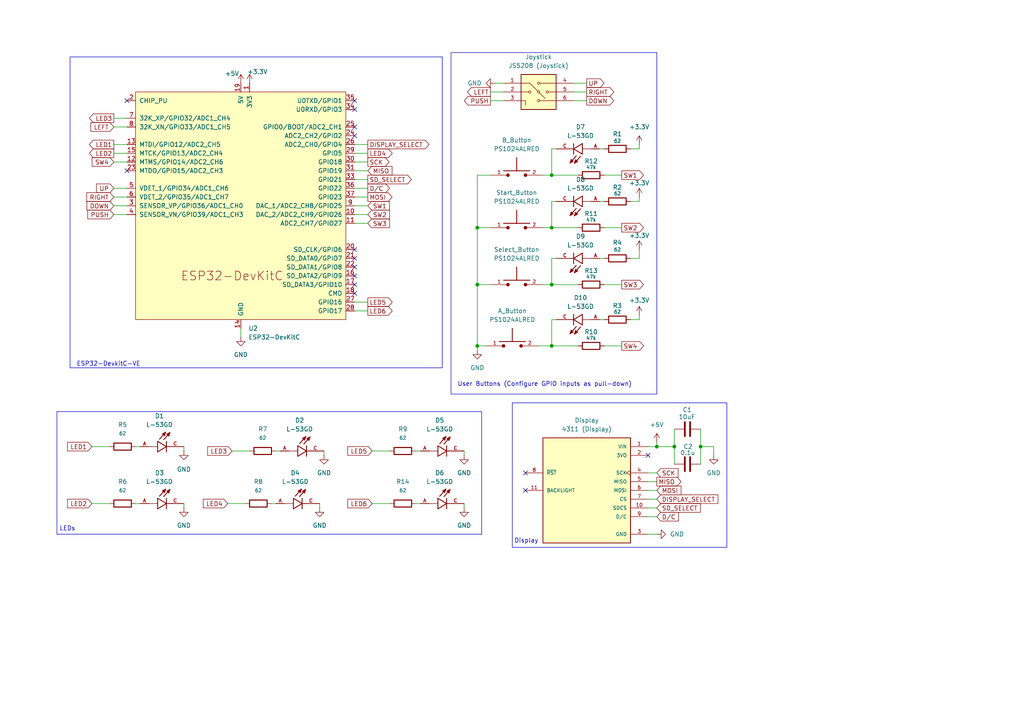
<source format=kicad_sch>
(kicad_sch (version 20231120) (generator "eeschema") (generator_version "8.0")
  (paper "A4")
  (lib_symbols
    (symbol "4311:4311" (pin_names (offset 1.016))
      (property "Reference" "DS" (at -12.7 16.002 0))
      (property "Value" "4311" (at -12.7 -17.78 0))
      (symbol "4311_0_0"
        (rectangle (start -12.7 -15.24) (end 12.7 15.24) (stroke (width 0.254)) (fill (type background)))
        (pin power_in line (at 17.78 12.7 180) (length 5.08) (name "VIN") (number "1"))
        (pin input line (at 17.78 -5.08 180) (length 5.08) (name "SDCS") (number "10"))
        (pin input line (at -17.78 0 0) (length 5.08) (name "BACKLIGHT") (number "11"))
        (pin power_in line (at 17.78 10.16 180) (length 5.08) (name "3VO") (number "2"))
        (pin power_in line (at 17.78 -12.7 180) (length 5.08) (name "GND") (number "3"))
        (pin input clock (at 17.78 5.08 180) (length 5.08) (name "SCK") (number "4"))
        (pin output line (at 17.78 2.54 180) (length 5.08) (name "MISO") (number "5"))
        (pin input line (at 17.78 0 180) (length 5.08) (name "MOSI") (number "6"))
        (pin input line (at 17.78 -2.54 180) (length 5.08) (name "CS") (number "7"))
        (pin input line (at -17.78 5.08 0) (length 5.08) (name "~{RST}") (number "8"))
        (pin input line (at 17.78 -7.62 180) (length 5.08) (name "D/C") (number "9"))
      )
    )
    (symbol "JS5208:JS5208" (pin_names (offset 1.016))
      (property "Reference" "S" (at -5.08 6.35 0))
      (property "Value" "JS5208" (at -5.08 -7.62 0))
      (symbol "JS5208_0_0"
        (rectangle (start -5.08 -5.08) (end 5.08 5.08) (stroke (width 0.254)) (fill (type background)))
        (circle (center -2.54 0) (radius 0.3302) (stroke (width 0.1524)))
        (circle (center 0 -2.54) (radius 0.3302) (stroke (width 0.1524)))
        (polyline (pts (xy -5.08 -2.54) (xy -3.81 -2.54)) (stroke (width 0.1524)))
        (polyline (pts (xy -5.08 0) (xy -2.921 0)) (stroke (width 0.1524)))
        (polyline (pts (xy -5.08 2.54) (xy -2.54 2.54)) (stroke (width 0.1524)))
        (polyline (pts (xy -3.81 -2.54) (xy -3.81 -3.81)) (stroke (width 0.1524)))
        (polyline (pts (xy -2.54 2.54) (xy -0.254 0.254)) (stroke (width 0.1524)))
        (polyline (pts (xy 0.254 -0.254) (xy 1.905 -1.905)) (stroke (width 0.1524)))
        (polyline (pts (xy 0.381 -2.54) (xy 5.08 -2.54)) (stroke (width 0.1524)))
        (polyline (pts (xy 0.381 2.54) (xy 5.08 2.54)) (stroke (width 0.1524)))
        (polyline (pts (xy 2.921 0) (xy 5.08 0)) (stroke (width 0.1524)))
        (circle (center 0 0) (radius 0.3302) (stroke (width 0.1524)))
        (circle (center 0 2.54) (radius 0.3302) (stroke (width 0.1524)))
        (circle (center 2.54 0) (radius 0.3302) (stroke (width 0.1524)))
        (pin passive line (at -10.16 2.54 0) (length 5.08) (name "~") (number "1"))
        (pin passive line (at -10.16 0 0) (length 5.08) (name "~") (number "2"))
        (pin passive line (at -10.16 -2.54 0) (length 5.08) (name "~") (number "3"))
        (pin passive line (at 10.16 2.54 180) (length 5.08) (name "~") (number "4"))
        (pin passive line (at 10.16 0 180) (length 5.08) (name "~") (number "5"))
        (pin passive line (at 10.16 -2.54 180) (length 5.08) (name "~") (number "6"))
      )
    )
    (symbol "L-53GD:L-53GD" (pin_names (offset 1.016))
      (property "Reference" "D" (at -3.0988 4.4958 0))
      (property "Value" "L-53GD" (at -3.556 -3.302 0))
      (symbol "L-53GD_0_0"
        (polyline (pts (xy -2.54 -1.524) (xy 0 0)) (stroke (width 0.254)))
        (polyline (pts (xy -2.54 0) (xy -5.08 0)) (stroke (width 0.1524)))
        (polyline (pts (xy -2.54 0) (xy -2.54 -1.524)) (stroke (width 0.254)))
        (polyline (pts (xy -2.54 1.524) (xy -2.54 0)) (stroke (width 0.254)))
        (polyline (pts (xy -1.1176 3.683) (xy -0.2286 4.1656)) (stroke (width 0.254)))
        (polyline (pts (xy -0.9398 3.6068) (xy -0.7112 3.7592)) (stroke (width 0.254)))
        (polyline (pts (xy -0.5588 3.2004) (xy -1.1176 3.683)) (stroke (width 0.254)))
        (polyline (pts (xy -0.5588 3.2004) (xy -0.5334 3.937)) (stroke (width 0.254)))
        (polyline (pts (xy -0.5334 3.937) (xy -0.6604 3.937)) (stroke (width 0.254)))
        (polyline (pts (xy -0.2286 4.1656) (xy -2.0066 2.1336)) (stroke (width 0.254)))
        (polyline (pts (xy -0.2286 4.1656) (xy -0.5588 3.2004)) (stroke (width 0.254)))
        (polyline (pts (xy 0 0) (xy -2.54 1.524)) (stroke (width 0.254)))
        (polyline (pts (xy 0 1.524) (xy 0 -1.524)) (stroke (width 0.254)))
        (polyline (pts (xy 0.127 3.5814) (xy 1.016 4.064)) (stroke (width 0.254)))
        (polyline (pts (xy 0.3048 3.5052) (xy 0.5334 3.6576)) (stroke (width 0.254)))
        (polyline (pts (xy 0.6858 3.0988) (xy 0.127 3.5814)) (stroke (width 0.254)))
        (polyline (pts (xy 0.6858 3.0988) (xy 0.7112 3.8354)) (stroke (width 0.254)))
        (polyline (pts (xy 0.7112 3.8354) (xy 0.5842 3.8354)) (stroke (width 0.254)))
        (polyline (pts (xy 1.016 4.064) (xy -0.762 2.032)) (stroke (width 0.254)))
        (polyline (pts (xy 1.016 4.064) (xy 0.6858 3.0988)) (stroke (width 0.254)))
        (pin passive line (at -7.62 0 0) (length 2.54) (name "~") (number "A"))
        (pin passive line (at 5.08 0 180) (length 5.08) (name "~") (number "C"))
      )
    )
    (symbol "PCM_Espressif:ESP32-DevKitC" (pin_names (offset 1.016))
      (property "Reference" "U" (at -30.48 38.1 0))
      (property "Value" "ESP32-DevKitC" (at -30.48 35.56 0))
      (symbol "ESP32-DevKitC_0_0"
        (text "ESP32-DevKitC" (at -2.54 -20.32 0) (effects (font (size 2.54 2.54))))
        (pin power_in line (at 0 -35.56 90) (length 2.54) (name "GND") (number "14"))
        (pin power_in line (at 0 35.56 270) (length 2.54) (name "5V") (number "19"))
      )
      (symbol "ESP32-DevKitC_0_1"
        (rectangle (start -30.48 33.02) (end 30.48 -33.02) (fill (type background)))
      )
      (symbol "ESP32-DevKitC_1_1"
        (pin power_in line (at 2.54 35.56 270) (length 2.54) (name "3V3") (number "1"))
        (pin bidirectional line (at 33.02 -2.54 180) (length 2.54) (name "DAC_2/ADC2_CH9/GPIO26") (number "10"))
        (pin bidirectional line (at 33.02 -5.08 180) (length 2.54) (name "ADC2_CH7/GPIO27") (number "11"))
        (pin bidirectional line (at -33.02 12.7 0) (length 2.54) (name "MTMS/GPIO14/ADC2_CH6") (number "12"))
        (pin bidirectional line (at -33.02 17.78 0) (length 2.54) (name "MTDI/GPIO12/ADC2_CH5") (number "13"))
        (pin bidirectional line (at -33.02 15.24 0) (length 2.54) (name "MTCK/GPIO13/ADC2_CH4") (number "15"))
        (pin bidirectional line (at 33.02 -20.32 180) (length 2.54) (name "SD_DATA2/GPIO9") (number "16"))
        (pin bidirectional line (at 33.02 -22.86 180) (length 2.54) (name "SD_DATA3/GPIO10") (number "17"))
        (pin bidirectional line (at 33.02 -25.4 180) (length 2.54) (name "CMD") (number "18"))
        (pin input line (at -33.02 30.48 0) (length 2.54) (name "CHIP_PU") (number "2"))
        (pin bidirectional line (at 33.02 -12.7 180) (length 2.54) (name "SD_CLK/GPIO6") (number "20"))
        (pin bidirectional line (at 33.02 -15.24 180) (length 2.54) (name "SD_DATA0/GPIO7") (number "21"))
        (pin bidirectional line (at 33.02 -17.78 180) (length 2.54) (name "SD_DATA1/GPIO8") (number "22"))
        (pin bidirectional line (at -33.02 10.16 0) (length 2.54) (name "MTDO/GPIO15/ADC2_CH3") (number "23"))
        (pin bidirectional line (at 33.02 20.32 180) (length 2.54) (name "ADC2_CH2/GPIO2") (number "24"))
        (pin bidirectional line (at 33.02 22.86 180) (length 2.54) (name "GPIO0/BOOT/ADC2_CH1") (number "25"))
        (pin bidirectional line (at 33.02 17.78 180) (length 2.54) (name "ADC2_CH0/GPIO4") (number "26"))
        (pin bidirectional line (at 33.02 -27.94 180) (length 2.54) (name "GPIO16") (number "27"))
        (pin bidirectional line (at 33.02 -30.48 180) (length 2.54) (name "GPIO17") (number "28"))
        (pin bidirectional line (at 33.02 15.24 180) (length 2.54) (name "GPIO5") (number "29"))
        (pin input line (at -33.02 0 0) (length 2.54) (name "SENSOR_VP/GPIO36/ADC1_CH0") (number "3"))
        (pin bidirectional line (at 33.02 12.7 180) (length 2.54) (name "GPIO18") (number "30"))
        (pin bidirectional line (at 33.02 10.16 180) (length 2.54) (name "GPIO19") (number "31"))
        (pin passive line (at 0 -35.56 90) (length 2.54) hide (name "GND") (number "32"))
        (pin bidirectional line (at 33.02 7.62 180) (length 2.54) (name "GPIO21") (number "33"))
        (pin bidirectional line (at 33.02 27.94 180) (length 2.54) (name "U0RXD/GPIO3") (number "34"))
        (pin bidirectional line (at 33.02 30.48 180) (length 2.54) (name "U0TXD/GPIO1") (number "35"))
        (pin bidirectional line (at 33.02 5.08 180) (length 2.54) (name "GPIO22") (number "36"))
        (pin bidirectional line (at 33.02 2.54 180) (length 2.54) (name "GPIO23") (number "37"))
        (pin passive line (at 0 -35.56 90) (length 2.54) hide (name "GND") (number "38"))
        (pin input line (at -33.02 -2.54 0) (length 2.54) (name "SENSOR_VN/GPIO39/ADC1_CH3") (number "4"))
        (pin input line (at -33.02 5.08 0) (length 2.54) (name "VDET_1/GPIO34/ADC1_CH6") (number "5"))
        (pin input line (at -33.02 2.54 0) (length 2.54) (name "VDET_2/GPIO35/ADC1_CH7") (number "6"))
        (pin bidirectional line (at -33.02 25.4 0) (length 2.54) (name "32K_XP/GPIO32/ADC1_CH4") (number "7"))
        (pin bidirectional line (at -33.02 22.86 0) (length 2.54) (name "32K_XN/GPIO33/ADC1_CH5") (number "8"))
        (pin bidirectional line (at 33.02 0 180) (length 2.54) (name "DAC_1/ADC2_CH8/GPIO25") (number "9"))
      )
    )
    (symbol "PS1024ALRED:PS1024ALRED" (pin_names (offset 1.016))
      (property "Reference" "S" (at -5.08 6.35 0))
      (property "Value" "PS1024ALRED" (at -5.08 -5.08 0))
      (symbol "PS1024ALRED_0_0"
        (circle (center -2.54 0) (radius 0.254) (stroke (width 0.508)))
        (polyline (pts (xy -3.81 1.27) (xy 0 1.27)) (stroke (width 0.254)))
        (polyline (pts (xy 0 1.27) (xy 0 5.08)) (stroke (width 0.254)))
        (polyline (pts (xy 0 1.27) (xy 3.81 1.27)) (stroke (width 0.254)))
        (circle (center 2.54 0) (radius 0.254) (stroke (width 0.508)))
        (pin passive line (at -7.62 0 0) (length 5.08) (name "~") (number "1"))
        (pin passive line (at 7.62 0 180) (length 5.08) (name "~") (number "2"))
      )
    )
    (symbol "enel200_uc_kicad7 (1):UC_C" (pin_numbers hide) (pin_names (offset 0.254))
      (property "Reference" "C" (at 0.635 2.54 0))
      (property "Value" "UC_C" (at 0.635 -2.54 0))
      (symbol "UC_C_0_1"
        (polyline (pts (xy -2.032 -0.762) (xy 2.032 -0.762)) (stroke (width 0.508)))
        (polyline (pts (xy -2.032 0.762) (xy 2.032 0.762)) (stroke (width 0.508)))
      )
      (symbol "UC_C_1_1"
        (pin passive line (at 0 3.81 270) (length 2.794) (name "~") (number "1"))
        (pin passive line (at 0 -3.81 90) (length 2.794) (name "~") (number "2"))
      )
    )
    (symbol "enel200_uc_kicad7 (1):UC_R" (pin_numbers hide) (pin_names (offset 0))
      (property "Reference" "R" (at -1.905 -0.127 90))
      (property "Value" "UC_R" (at 0.127 0 90))
      (symbol "UC_R_0_1"
        (rectangle (start -1.016 2.54) (end 1.016 -2.54) (stroke (width 0.3048)))
      )
      (symbol "UC_R_1_1"
        (pin passive line (at 0 3.81 270) (length 1.27) (name "~") (number "1"))
        (pin passive line (at 0 -3.81 90) (length 1.27) (name "~") (number "2"))
      )
    )
    (symbol "power:+3.3V" (power) (pin_numbers hide) (pin_names (offset 0) hide)
      (property "Value" "+3.3V" (at 0 3.556 0))
      (symbol "+3.3V_0_1"
        (polyline (pts (xy -0.762 1.27) (xy 0 2.54)))
        (polyline (pts (xy 0 0) (xy 0 2.54)))
        (polyline (pts (xy 0 2.54) (xy 0.762 1.27)))
      )
      (symbol "+3.3V_1_1"
        (pin power_in line (at 0 0 90) (length 0) (name "~") (number "1"))
      )
    )
    (symbol "power:+5V" (power) (pin_numbers hide) (pin_names (offset 0) hide)
      (property "Value" "+5V" (at 0 3.556 0))
      (symbol "+5V_0_1"
        (polyline (pts (xy -0.762 1.27) (xy 0 2.54)))
        (polyline (pts (xy 0 0) (xy 0 2.54)))
        (polyline (pts (xy 0 2.54) (xy 0.762 1.27)))
      )
      (symbol "+5V_1_1"
        (pin power_in line (at 0 0 90) (length 0) (name "~") (number "1"))
      )
    )
    (symbol "power:GND" (power) (pin_numbers hide) (pin_names (offset 0) hide)
      (property "Value" "GND" (at 0 -3.81 0))
      (symbol "GND_0_1"
        (polyline (pts (xy 0 0) (xy 0 -1.27) (xy 1.27 -1.27) (xy 0 -2.54) (xy -1.27 -1.27) (xy 0 -1.27)))
      )
      (symbol "GND_1_1"
        (pin power_in line (at 0 0 270) (length 0) (name "~") (number "1"))
      )
    )
  )
  (junction (at 160.02 82.55))
  (junction (at 138.43 82.55))
  (junction (at 195.58 129.54))
  (junction (at 160.02 100.33))
  (junction (at 138.43 100.33))
  (junction (at 203.2 129.54))
  (junction (at 160.02 66.04))
  (junction (at 190.5 129.54))
  (junction (at 138.43 66.04))
  (junction (at 160.02 50.8))
  (no_connect (at 102.87 39.37))
  (no_connect (at 36.83 49.53))
  (no_connect (at 102.87 36.83))
  (no_connect (at 187.96 132.08))
  (no_connect (at 102.87 82.55))
  (no_connect (at 102.87 72.39))
  (no_connect (at 102.87 80.01))
  (no_connect (at 102.87 74.93))
  (no_connect (at 102.87 31.75))
  (no_connect (at 102.87 77.47))
  (no_connect (at 152.4 137.16))
  (no_connect (at 102.87 29.21))
  (no_connect (at 36.83 29.21))
  (no_connect (at 102.87 85.09))
  (no_connect (at 152.4 142.24))
  (wire (pts (xy 102.87 90.17) (xy 106.68 90.17)))
  (wire (pts (xy 203.2 129.54) (xy 203.2 134.62)))
  (wire (pts (xy 39.37 129.54) (xy 40.64 129.54)))
  (wire (pts (xy 93.98 130.81) (xy 93.98 132.08)))
  (wire (pts (xy 138.43 66.04) (xy 142.24 66.04)))
  (wire (pts (xy 175.26 100.33) (xy 180.34 100.33)))
  (wire (pts (xy 102.87 44.45) (xy 106.68 44.45)))
  (wire (pts (xy 102.87 59.69) (xy 106.68 59.69)))
  (wire (pts (xy 160.02 58.42) (xy 161.29 58.42)))
  (wire (pts (xy 102.87 64.77) (xy 106.68 64.77)))
  (wire (pts (xy 67.31 130.81) (xy 72.39 130.81)))
  (wire (pts (xy 138.43 66.04) (xy 138.43 82.55)))
  (wire (pts (xy 157.48 66.04) (xy 160.02 66.04)))
  (wire (pts (xy 160.02 43.18) (xy 160.02 50.8)))
  (wire (pts (xy 120.65 146.05) (xy 121.92 146.05)))
  (wire (pts (xy 160.02 50.8) (xy 167.64 50.8)))
  (wire (pts (xy 102.87 46.99) (xy 106.68 46.99)))
  (wire (pts (xy 33.02 54.61) (xy 36.83 54.61)))
  (wire (pts (xy 187.96 129.54) (xy 190.5 129.54)))
  (wire (pts (xy 182.88 74.93) (xy 185.42 74.93)))
  (wire (pts (xy 190.5 129.54) (xy 190.5 128.27)))
  (wire (pts (xy 134.62 146.05) (xy 134.62 147.32)))
  (wire (pts (xy 33.02 62.23) (xy 36.83 62.23)))
  (wire (pts (xy 166.37 29.21) (xy 170.18 29.21)))
  (wire (pts (xy 185.42 57.15) (xy 185.42 58.42)))
  (wire (pts (xy 157.48 82.55) (xy 160.02 82.55)))
  (wire (pts (xy 138.43 82.55) (xy 138.43 100.33)))
  (wire (pts (xy 33.02 46.99) (xy 36.83 46.99)))
  (wire (pts (xy 175.26 66.04) (xy 180.34 66.04)))
  (wire (pts (xy 187.96 154.94) (xy 190.5 154.94)))
  (wire (pts (xy 66.04 146.05) (xy 71.12 146.05)))
  (wire (pts (xy 160.02 100.33) (xy 167.64 100.33)))
  (wire (pts (xy 173.99 43.18) (xy 175.26 43.18)))
  (wire (pts (xy 173.99 92.71) (xy 175.26 92.71)))
  (wire (pts (xy 33.02 36.83) (xy 36.83 36.83)))
  (wire (pts (xy 175.26 50.8) (xy 180.34 50.8)))
  (wire (pts (xy 138.43 82.55) (xy 142.24 82.55)))
  (wire (pts (xy 160.02 58.42) (xy 160.02 66.04)))
  (wire (pts (xy 33.02 44.45) (xy 36.83 44.45)))
  (wire (pts (xy 53.34 146.05) (xy 53.34 147.32)))
  (wire (pts (xy 160.02 92.71) (xy 160.02 100.33)))
  (wire (pts (xy 102.87 87.63) (xy 106.68 87.63)))
  (wire (pts (xy 160.02 66.04) (xy 167.64 66.04)))
  (wire (pts (xy 166.37 26.67) (xy 170.18 26.67)))
  (wire (pts (xy 33.02 57.15) (xy 36.83 57.15)))
  (wire (pts (xy 102.87 54.61) (xy 106.68 54.61)))
  (wire (pts (xy 185.42 58.42) (xy 182.88 58.42)))
  (wire (pts (xy 78.74 146.05) (xy 80.01 146.05)))
  (wire (pts (xy 175.26 82.55) (xy 180.34 82.55)))
  (wire (pts (xy 185.42 72.39) (xy 185.42 74.93)))
  (wire (pts (xy 80.01 130.81) (xy 81.28 130.81)))
  (wire (pts (xy 187.96 149.86) (xy 190.5 149.86)))
  (wire (pts (xy 33.02 34.29) (xy 36.83 34.29)))
  (wire (pts (xy 102.87 62.23) (xy 106.68 62.23)))
  (wire (pts (xy 102.87 52.07) (xy 106.68 52.07)))
  (wire (pts (xy 157.48 50.8) (xy 160.02 50.8)))
  (wire (pts (xy 142.24 26.67) (xy 146.05 26.67)))
  (wire (pts (xy 53.34 129.54) (xy 53.34 130.81)))
  (wire (pts (xy 92.71 146.05) (xy 92.71 147.32)))
  (wire (pts (xy 207.01 129.54) (xy 207.01 132.08)))
  (wire (pts (xy 134.62 130.81) (xy 134.62 132.08)))
  (wire (pts (xy 160.02 74.93) (xy 161.29 74.93)))
  (wire (pts (xy 185.42 92.71) (xy 182.88 92.71)))
  (wire (pts (xy 185.42 41.91) (xy 185.42 43.18)))
  (wire (pts (xy 160.02 74.93) (xy 160.02 82.55)))
  (wire (pts (xy 187.96 147.32) (xy 190.5 147.32)))
  (wire (pts (xy 166.37 24.13) (xy 170.18 24.13)))
  (wire (pts (xy 39.37 146.05) (xy 40.64 146.05)))
  (wire (pts (xy 102.87 41.91) (xy 106.68 41.91)))
  (wire (pts (xy 190.5 129.54) (xy 195.58 129.54)))
  (wire (pts (xy 185.42 91.44) (xy 185.42 92.71)))
  (wire (pts (xy 143.51 24.13) (xy 146.05 24.13)))
  (wire (pts (xy 107.95 130.81) (xy 113.03 130.81)))
  (wire (pts (xy 120.65 130.81) (xy 121.92 130.81)))
  (wire (pts (xy 138.43 100.33) (xy 140.97 100.33)))
  (wire (pts (xy 190.5 139.7) (xy 187.96 139.7)))
  (wire (pts (xy 160.02 82.55) (xy 167.64 82.55)))
  (wire (pts (xy 195.58 129.54) (xy 195.58 124.46)))
  (wire (pts (xy 142.24 29.21) (xy 146.05 29.21)))
  (wire (pts (xy 138.43 50.8) (xy 138.43 66.04)))
  (wire (pts (xy 187.96 142.24) (xy 190.5 142.24)))
  (wire (pts (xy 173.99 74.93) (xy 175.26 74.93)))
  (wire (pts (xy 175.26 58.42) (xy 173.99 58.42)))
  (wire (pts (xy 138.43 100.33) (xy 138.43 101.6)))
  (wire (pts (xy 102.87 49.53) (xy 106.68 49.53)))
  (wire (pts (xy 187.96 144.78) (xy 190.5 144.78)))
  (wire (pts (xy 102.87 57.15) (xy 106.68 57.15)))
  (wire (pts (xy 26.67 146.05) (xy 31.75 146.05)))
  (wire (pts (xy 33.02 59.69) (xy 36.83 59.69)))
  (wire (pts (xy 33.02 41.91) (xy 36.83 41.91)))
  (wire (pts (xy 185.42 43.18) (xy 182.88 43.18)))
  (wire (pts (xy 203.2 124.46) (xy 203.2 129.54)))
  (wire (pts (xy 190.5 137.16) (xy 187.96 137.16)))
  (wire (pts (xy 160.02 43.18) (xy 161.29 43.18)))
  (wire (pts (xy 156.21 100.33) (xy 160.02 100.33)))
  (wire (pts (xy 203.2 129.54) (xy 207.01 129.54)))
  (wire (pts (xy 69.85 95.25) (xy 69.85 97.79)))
  (wire (pts (xy 26.67 129.54) (xy 31.75 129.54)))
  (wire (pts (xy 138.43 50.8) (xy 142.24 50.8)))
  (wire (pts (xy 160.02 92.71) (xy 161.29 92.71)))
  (wire (pts (xy 107.95 146.05) (xy 113.03 146.05)))
  (wire (pts (xy 195.58 134.62) (xy 195.58 129.54)))
  (rectangle (start 16.51 119.38) (end 139.7 154.94))
  (rectangle (start 20.32 16.51) (end 128.27 106.68))
  (rectangle (start 148.59 116.84) (end 210.82 158.75))
  (rectangle (start 130.81 15.24) (end 190.5 114.3))
  (text "LEDs" (at 19.558 153.416 0) (effects (font (size 1.27 1.27))))
  (text "User Buttons (Configure GPIO inputs as pull-down)\n" (at 157.988 111.506 0) (effects (font (size 1.27 1.27))))
  (text "ESP32-DevkitC-VE\n" (at 31.496 105.664 0) (effects (font (size 1.27 1.27))))
  (text "Display\n" (at 152.654 156.972 0) (effects (font (size 1.27 1.27))))
  (global_label "LED5" (shape input) (at 107.95 130.81 180) (property "Intersheetrefs" "${INTERSHEET_REFS}" (effects (hide yes))))
  (global_label "LED2" (shape output) (at 33.02 44.45 180) (property "Intersheetrefs" "${INTERSHEET_REFS}" (effects (hide yes))))
  (global_label "MISO" (shape output) (at 190.5 139.7 0) (property "Intersheetrefs" "${INTERSHEET_REFS}" (effects (hide yes))))
  (global_label "LED2" (shape input) (at 26.67 146.05 180) (property "Intersheetrefs" "${INTERSHEET_REFS}" (effects (hide yes))))
  (global_label "UP" (shape input) (at 33.02 54.61 180) (property "Intersheetrefs" "${INTERSHEET_REFS}" (effects (hide yes))))
  (global_label "RIGHT" (shape input) (at 33.02 57.15 180) (property "Intersheetrefs" "${INTERSHEET_REFS}" (effects (hide yes))))
  (global_label "SD_SELECT" (shape output) (at 106.68 52.07 0) (property "Intersheetrefs" "${INTERSHEET_REFS}" (effects (hide yes))))
  (global_label "DISPLAY_SELECT" (shape input) (at 190.5 144.78 0) (property "Intersheetrefs" "${INTERSHEET_REFS}" (effects (hide yes))))
  (global_label "D{slash}C" (shape output) (at 106.68 54.61 0) (property "Intersheetrefs" "${INTERSHEET_REFS}" (effects (hide yes))))
  (global_label "LED3" (shape input) (at 67.31 130.81 180) (property "Intersheetrefs" "${INTERSHEET_REFS}" (effects (hide yes))))
  (global_label "SW1" (shape output) (at 180.34 50.8 0) (property "Intersheetrefs" "${INTERSHEET_REFS}" (effects (hide yes))))
  (global_label "PUSH" (shape input) (at 33.02 62.23 180) (property "Intersheetrefs" "${INTERSHEET_REFS}" (effects (hide yes))))
  (global_label "UP" (shape output) (at 170.18 24.13 0) (property "Intersheetrefs" "${INTERSHEET_REFS}" (effects (hide yes))))
  (global_label "SD_SELECT" (shape input) (at 190.5 147.32 0) (property "Intersheetrefs" "${INTERSHEET_REFS}" (effects (hide yes))))
  (global_label "LED5" (shape output) (at 106.68 87.63 0) (property "Intersheetrefs" "${INTERSHEET_REFS}" (effects (hide yes))))
  (global_label "SW3" (shape output) (at 180.34 82.55 0) (property "Intersheetrefs" "${INTERSHEET_REFS}" (effects (hide yes))))
  (global_label "LEFT" (shape output) (at 142.24 26.67 180) (property "Intersheetrefs" "${INTERSHEET_REFS}" (effects (hide yes))))
  (global_label "D{slash}C" (shape input) (at 190.5 149.86 0) (property "Intersheetrefs" "${INTERSHEET_REFS}" (effects (hide yes))))
  (global_label "SW2" (shape input) (at 106.68 62.23 0) (property "Intersheetrefs" "${INTERSHEET_REFS}" (effects (hide yes))))
  (global_label "SCK" (shape input) (at 190.5 137.16 0) (property "Intersheetrefs" "${INTERSHEET_REFS}" (effects (hide yes))))
  (global_label "LEFT" (shape input) (at 33.02 36.83 180) (property "Intersheetrefs" "${INTERSHEET_REFS}" (effects (hide yes))))
  (global_label "SW3" (shape input) (at 106.68 64.77 0) (property "Intersheetrefs" "${INTERSHEET_REFS}" (effects (hide yes))))
  (global_label "LED1" (shape input) (at 26.67 129.54 180) (property "Intersheetrefs" "${INTERSHEET_REFS}" (effects (hide yes))))
  (global_label "RIGHT" (shape output) (at 170.18 26.67 0) (property "Intersheetrefs" "${INTERSHEET_REFS}" (effects (hide yes))))
  (global_label "LED1" (shape output) (at 33.02 41.91 180) (property "Intersheetrefs" "${INTERSHEET_REFS}" (effects (hide yes))))
  (global_label "LED4" (shape input) (at 66.04 146.05 180) (property "Intersheetrefs" "${INTERSHEET_REFS}" (effects (hide yes))))
  (global_label "LED6" (shape input) (at 107.95 146.05 180) (property "Intersheetrefs" "${INTERSHEET_REFS}" (effects (hide yes))))
  (global_label "DOWN" (shape input) (at 33.02 59.69 180) (property "Intersheetrefs" "${INTERSHEET_REFS}" (effects (hide yes))))
  (global_label "SW4" (shape input) (at 33.02 46.99 180) (property "Intersheetrefs" "${INTERSHEET_REFS}" (effects (hide yes))))
  (global_label "LED3" (shape output) (at 33.02 34.29 180) (property "Intersheetrefs" "${INTERSHEET_REFS}" (effects (hide yes))))
  (global_label "LED6" (shape output) (at 106.68 90.17 0) (property "Intersheetrefs" "${INTERSHEET_REFS}" (effects (hide yes))))
  (global_label "DOWN" (shape output) (at 170.18 29.21 0) (property "Intersheetrefs" "${INTERSHEET_REFS}" (effects (hide yes))))
  (global_label "MOSI" (shape input) (at 190.5 142.24 0) (property "Intersheetrefs" "${INTERSHEET_REFS}" (effects (hide yes))))
  (global_label "SW1" (shape input) (at 106.68 59.69 0) (property "Intersheetrefs" "${INTERSHEET_REFS}" (effects (hide yes))))
  (global_label "DISPLAY_SELECT" (shape output) (at 106.68 41.91 0) (property "Intersheetrefs" "${INTERSHEET_REFS}" (effects (hide yes))))
  (global_label "SW4" (shape output) (at 180.34 100.33 0) (property "Intersheetrefs" "${INTERSHEET_REFS}" (effects (hide yes))))
  (global_label "MISO" (shape input) (at 106.68 49.53 0) (property "Intersheetrefs" "${INTERSHEET_REFS}" (effects (hide yes))))
  (global_label "SCK" (shape output) (at 106.68 46.99 0) (property "Intersheetrefs" "${INTERSHEET_REFS}" (effects (hide yes))))
  (global_label "PUSH" (shape output) (at 142.24 29.21 180) (property "Intersheetrefs" "${INTERSHEET_REFS}" (effects (hide yes))))
  (global_label "SW2" (shape output) (at 180.34 66.04 0) (property "Intersheetrefs" "${INTERSHEET_REFS}" (effects (hide yes))))
  (global_label "MOSI" (shape output) (at 106.68 57.15 0) (property "Intersheetrefs" "${INTERSHEET_REFS}" (effects (hide yes))))
  (global_label "LED4" (shape output) (at 106.68 44.45 0) (property "Intersheetrefs" "${INTERSHEET_REFS}" (effects (hide yes))))
  (symbol (lib_id "power:+3.3V") (at 72.39 24.13 0) (unit 1)
    (property "Reference" "#PWR016" (effects (hide yes)))
    (property "Value" "+3.3V" (at 74.676 20.828 0))
    (property "Description" "Power symbol creates a global label with name \"+3.3V\"" (effects (hide yes)))
  )
  (symbol (lib_id "enel200_uc_kicad7 (1):UC_R") (at 179.07 92.71 90) (unit 1)
    (property "Reference" "R3" (at 179.07 88.646 90))
    (property "Value" "62" (at 179.07 90.424 90) (effects (font (size 1.016 1.016))))
    (property "Footprint" "Resistor_THT:R_Axial_DIN0207_L6.3mm_D2.5mm_P7.62mm_Horizontal" (effects (hide yes)))
  )
  (symbol (lib_id "power:GND") (at 207.01 132.08 0) (unit 1)
    (property "Reference" "#PWR013" (effects (hide yes)))
    (property "Value" "GND" (at 207.01 137.16 0))
    (property "Description" "Power symbol creates a global label with name \"GND\" , ground" (effects (hide yes)))
  )
  (symbol (lib_id "enel200_uc_kicad7 (1):UC_R") (at 116.84 146.05 90) (unit 1)
    (property "Reference" "R14" (at 116.84 139.7 90))
    (property "Value" "62" (at 116.84 142.24 90) (effects (font (size 1.016 1.016))))
    (property "Footprint" "Resistor_THT:R_Axial_DIN0207_L6.3mm_D2.5mm_P7.62mm_Horizontal" (effects (hide yes)))
  )
  (symbol (lib_id "enel200_uc_kicad7 (1):UC_R") (at 116.84 130.81 90) (unit 1)
    (property "Reference" "R9" (at 116.84 124.46 90))
    (property "Value" "62" (at 116.84 127 90) (effects (font (size 1.016 1.016))))
    (property "Footprint" "Resistor_THT:R_Axial_DIN0207_L6.3mm_D2.5mm_P7.62mm_Horizontal" (effects (hide yes)))
  )
  (symbol (lib_id "L-53GD:L-53GD") (at 88.9 130.81 0) (unit 1)
    (property "Reference" "D2" (at 86.8934 121.92 0))
    (property "Value" "L-53GD" (at 86.8934 124.46 0))
    (property "Footprint" "L-53GD:LEDRD254W50D500H1060" (effects (hide yes)))
    (property "MF" "Kingbright" (effects (hide yes)))
    (property "MAXIMUM_PACKAGE_HEIGHT" "10.6mm" (effects (hide yes)))
    (property "Package" "CDIP-28 Kingbright" (effects (hide yes)))
    (property "Price" "None" (effects (hide yes)))
    (property "Check_prices" "https://www.snapeda.com/parts/L-53GD/Kingbright/view-part/?ref=eda" (effects (hide yes)))
    (property "STANDARD" "IPC-7351B" (effects (hide yes)))
    (property "PARTREV" "V.3" (effects (hide yes)))
    (property "SnapEDA_Link" "https://www.snapeda.com/parts/L-53GD/Kingbright/view-part/?ref=snap" (effects (hide yes)))
    (property "MP" "L-53GD" (effects (hide yes)))
    (property "Description_1" "\n                        \n                            LED; 5mm; green; 5-32mcd; 60°; Front: convex\n                        \n" (effects (hide yes)))
    (property "Availability" "In Stock" (effects (hide yes)))
    (property "MANUFACTURER" "Kingbright" (effects (hide yes)))
  )
  (symbol (lib_id "power:GND") (at 69.85 97.79 0) (unit 1)
    (property "Reference" "#PWR017" (effects (hide yes)))
    (property "Value" "GND" (at 69.85 102.87 0))
    (property "Description" "Power symbol creates a global label with name \"GND\" , ground" (effects (hide yes)))
  )
  (symbol (lib_id "enel200_uc_kicad7 (1):UC_R") (at 171.45 50.8 90) (unit 1)
    (property "Reference" "R12" (at 171.45 46.736 90))
    (property "Value" "47k" (at 171.45 48.514 90) (effects (font (size 1.016 1.016))))
    (property "Footprint" "Resistor_THT:R_Axial_DIN0207_L6.3mm_D2.5mm_P7.62mm_Horizontal" (effects (hide yes)))
  )
  (symbol (lib_id "power:GND") (at 93.98 132.08 0) (unit 1)
    (property "Reference" "#PWR08" (effects (hide yes)))
    (property "Value" "GND" (at 93.98 137.16 0))
    (property "Description" "Power symbol creates a global label with name \"GND\" , ground" (effects (hide yes)))
  )
  (symbol (lib_id "enel200_uc_kicad7 (1):UC_R") (at 74.93 146.05 90) (unit 1)
    (property "Reference" "R8" (at 74.93 139.7 90))
    (property "Value" "62" (at 74.93 142.24 90) (effects (font (size 1.016 1.016))))
    (property "Footprint" "Resistor_THT:R_Axial_DIN0207_L6.3mm_D2.5mm_P7.62mm_Horizontal" (effects (hide yes)))
  )
  (symbol (lib_id "enel200_uc_kicad7 (1):UC_R") (at 171.45 100.33 90) (unit 1)
    (property "Reference" "R10" (at 171.45 96.266 90))
    (property "Value" "47k" (at 171.45 98.044 90) (effects (font (size 1.016 1.016))))
    (property "Footprint" "Resistor_THT:R_Axial_DIN0207_L6.3mm_D2.5mm_P7.62mm_Horizontal" (effects (hide yes)))
  )
  (symbol (lib_id "L-53GD:L-53GD") (at 166.37 74.93 180) (unit 1)
    (property "Reference" "D9" (at 168.3766 68.58 0))
    (property "Value" "L-53GD" (at 168.3766 71.12 0))
    (property "Footprint" "L-53GD:LEDRD254W50D500H1060" (effects (hide yes)))
    (property "MF" "Kingbright" (effects (hide yes)))
    (property "MAXIMUM_PACKAGE_HEIGHT" "10.6mm" (effects (hide yes)))
    (property "Package" "CDIP-28 Kingbright" (effects (hide yes)))
    (property "Price" "None" (effects (hide yes)))
    (property "Check_prices" "https://www.snapeda.com/parts/L-53GD/Kingbright/view-part/?ref=eda" (effects (hide yes)))
    (property "STANDARD" "IPC-7351B" (effects (hide yes)))
    (property "PARTREV" "V.3" (effects (hide yes)))
    (property "SnapEDA_Link" "https://www.snapeda.com/parts/L-53GD/Kingbright/view-part/?ref=snap" (effects (hide yes)))
    (property "MP" "L-53GD" (effects (hide yes)))
    (property "Description_1" "\n                        \n                            LED; 5mm; green; 5-32mcd; 60°; Front: convex\n                        \n" (effects (hide yes)))
    (property "Availability" "In Stock" (effects (hide yes)))
    (property "MANUFACTURER" "Kingbright" (effects (hide yes)))
  )
  (symbol (lib_id "enel200_uc_kicad7 (1):UC_R") (at 171.45 82.55 90) (unit 1)
    (property "Reference" "R13" (at 171.45 78.486 90))
    (property "Value" "47k" (at 171.45 80.264 90) (effects (font (size 1.016 1.016))))
    (property "Footprint" "Resistor_THT:R_Axial_DIN0207_L6.3mm_D2.5mm_P7.62mm_Horizontal" (effects (hide yes)))
  )
  (symbol (lib_id "power:GND") (at 92.71 147.32 0) (unit 1)
    (property "Reference" "#PWR09" (effects (hide yes)))
    (property "Value" "GND" (at 92.71 152.4 0))
    (property "Description" "Power symbol creates a global label with name \"GND\" , ground" (effects (hide yes)))
  )
  (symbol (lib_id "PS1024ALRED:PS1024ALRED") (at 149.86 82.55 0) (unit 1)
    (property "Reference" "Select_Button" (at 149.86 72.39 0))
    (property "Value" "PS1024ALRED" (at 149.86 74.93 0))
    (property "Footprint" "PS1024ALRED:SW_PS1024ALRED" (effects (hide yes)))
    (property "MF" "E-Switch" (effects (hide yes)))
    (property "MAXIMUM_PACKAGE_HEIGHT" "26.6 mm" (effects (hide yes)))
    (property "Package" "None" (effects (hide yes)))
    (property "Price" "None" (effects (hide yes)))
    (property "Check_prices" "https://www.snapeda.com/parts/PS1024ALRED/E-Switch/view-part/?ref=eda" (effects (hide yes)))
    (property "STANDARD" "IPC-7351B" (effects (hide yes)))
    (property "PARTREV" "C" (effects (hide yes)))
    (property "SnapEDA_Link" "https://www.snapeda.com/parts/PS1024ALRED/E-Switch/view-part/?ref=snap" (effects (hide yes)))
    (property "MP" "PS1024ALRED" (effects (hide yes)))
    (property "Description_1" "\n                        \n                            Pushbutton Switch,PS1024 Series,SPST-NO,OFF-(ON),Round Red Cap,3A,125VAC,Solder | E-Switch PS1024ALRED\n                        \n" (effects (hide yes)))
    (property "Availability" "In Stock" (effects (hide yes)))
    (property "MANUFACTURER" "E-Switch" (effects (hide yes)))
  )
  (symbol (lib_id "PS1024ALRED:PS1024ALRED") (at 148.59 100.33 0) (unit 1)
    (property "Reference" "A_Button" (at 148.59 90.17 0))
    (property "Value" "PS1024ALRED" (at 148.59 92.71 0))
    (property "Footprint" "PS1024ALRED:SW_PS1024ALRED" (effects (hide yes)))
    (property "MF" "E-Switch" (effects (hide yes)))
    (property "MAXIMUM_PACKAGE_HEIGHT" "26.6 mm" (effects (hide yes)))
    (property "Package" "None" (effects (hide yes)))
    (property "Price" "None" (effects (hide yes)))
    (property "Check_prices" "https://www.snapeda.com/parts/PS1024ALRED/E-Switch/view-part/?ref=eda" (effects (hide yes)))
    (property "STANDARD" "IPC-7351B" (effects (hide yes)))
    (property "PARTREV" "C" (effects (hide yes)))
    (property "SnapEDA_Link" "https://www.snapeda.com/parts/PS1024ALRED/E-Switch/view-part/?ref=snap" (effects (hide yes)))
    (property "MP" "PS1024ALRED" (effects (hide yes)))
    (property "Description_1" "\n                        \n                            Pushbutton Switch,PS1024 Series,SPST-NO,OFF-(ON),Round Red Cap,3A,125VAC,Solder | E-Switch PS1024ALRED\n                        \n" (effects (hide yes)))
    (property "Availability" "In Stock" (effects (hide yes)))
    (property "MANUFACTURER" "E-Switch" (effects (hide yes)))
  )
  (symbol (lib_id "L-53GD:L-53GD") (at 166.37 43.18 180) (unit 1)
    (property "Reference" "D7" (at 168.3766 36.83 0))
    (property "Value" "L-53GD" (at 168.3766 39.37 0))
    (property "Footprint" "L-53GD:LEDRD254W50D500H1060" (effects (hide yes)))
    (property "MF" "Kingbright" (effects (hide yes)))
    (property "MAXIMUM_PACKAGE_HEIGHT" "10.6mm" (effects (hide yes)))
    (property "Package" "CDIP-28 Kingbright" (effects (hide yes)))
    (property "Price" "None" (effects (hide yes)))
    (property "Check_prices" "https://www.snapeda.com/parts/L-53GD/Kingbright/view-part/?ref=eda" (effects (hide yes)))
    (property "STANDARD" "IPC-7351B" (effects (hide yes)))
    (property "PARTREV" "V.3" (effects (hide yes)))
    (property "SnapEDA_Link" "https://www.snapeda.com/parts/L-53GD/Kingbright/view-part/?ref=snap" (effects (hide yes)))
    (property "MP" "L-53GD" (effects (hide yes)))
    (property "Description_1" "\n                        \n                            LED; 5mm; green; 5-32mcd; 60°; Front: convex\n                        \n" (effects (hide yes)))
    (property "Availability" "In Stock" (effects (hide yes)))
    (property "MANUFACTURER" "Kingbright" (effects (hide yes)))
  )
  (symbol (lib_id "L-53GD:L-53GD") (at 129.54 146.05 0) (unit 1)
    (property "Reference" "D6" (at 127.5334 137.16 0))
    (property "Value" "L-53GD" (at 127.5334 139.7 0))
    (property "Footprint" "L-53GD:LEDRD254W50D500H1060" (effects (hide yes)))
    (property "MF" "Kingbright" (effects (hide yes)))
    (property "MAXIMUM_PACKAGE_HEIGHT" "10.6mm" (effects (hide yes)))
    (property "Package" "CDIP-28 Kingbright" (effects (hide yes)))
    (property "Price" "None" (effects (hide yes)))
    (property "Check_prices" "https://www.snapeda.com/parts/L-53GD/Kingbright/view-part/?ref=eda" (effects (hide yes)))
    (property "STANDARD" "IPC-7351B" (effects (hide yes)))
    (property "PARTREV" "V.3" (effects (hide yes)))
    (property "SnapEDA_Link" "https://www.snapeda.com/parts/L-53GD/Kingbright/view-part/?ref=snap" (effects (hide yes)))
    (property "MP" "L-53GD" (effects (hide yes)))
    (property "Description_1" "\n                        \n                            LED; 5mm; green; 5-32mcd; 60°; Front: convex\n                        \n" (effects (hide yes)))
    (property "Availability" "In Stock" (effects (hide yes)))
    (property "MANUFACTURER" "Kingbright" (effects (hide yes)))
  )
  (symbol (lib_id "L-53GD:L-53GD") (at 166.37 92.71 180) (unit 1)
    (property "Reference" "D10" (at 168.3766 86.36 0))
    (property "Value" "L-53GD" (at 168.3766 88.9 0))
    (property "Footprint" "L-53GD:LEDRD254W50D500H1060" (effects (hide yes)))
    (property "MF" "Kingbright" (effects (hide yes)))
    (property "MAXIMUM_PACKAGE_HEIGHT" "10.6mm" (effects (hide yes)))
    (property "Package" "CDIP-28 Kingbright" (effects (hide yes)))
    (property "Price" "None" (effects (hide yes)))
    (property "Check_prices" "https://www.snapeda.com/parts/L-53GD/Kingbright/view-part/?ref=eda" (effects (hide yes)))
    (property "STANDARD" "IPC-7351B" (effects (hide yes)))
    (property "PARTREV" "V.3" (effects (hide yes)))
    (property "SnapEDA_Link" "https://www.snapeda.com/parts/L-53GD/Kingbright/view-part/?ref=snap" (effects (hide yes)))
    (property "MP" "L-53GD" (effects (hide yes)))
    (property "Description_1" "\n                        \n                            LED; 5mm; green; 5-32mcd; 60°; Front: convex\n                        \n" (effects (hide yes)))
    (property "Availability" "In Stock" (effects (hide yes)))
    (property "MANUFACTURER" "Kingbright" (effects (hide yes)))
  )
  (symbol (lib_id "L-53GD:L-53GD") (at 48.26 129.54 0) (unit 1)
    (property "Reference" "D1" (at 46.2534 120.65 0))
    (property "Value" "L-53GD" (at 46.2534 123.19 0))
    (property "Footprint" "L-53GD:LEDRD254W50D500H1060" (effects (hide yes)))
    (property "MF" "Kingbright" (effects (hide yes)))
    (property "MAXIMUM_PACKAGE_HEIGHT" "10.6mm" (effects (hide yes)))
    (property "Package" "CDIP-28 Kingbright" (effects (hide yes)))
    (property "Price" "None" (effects (hide yes)))
    (property "Check_prices" "https://www.snapeda.com/parts/L-53GD/Kingbright/view-part/?ref=eda" (effects (hide yes)))
    (property "STANDARD" "IPC-7351B" (effects (hide yes)))
    (property "PARTREV" "V.3" (effects (hide yes)))
    (property "SnapEDA_Link" "https://www.snapeda.com/parts/L-53GD/Kingbright/view-part/?ref=snap" (effects (hide yes)))
    (property "MP" "L-53GD" (effects (hide yes)))
    (property "Description_1" "\n                        \n                            LED; 5mm; green; 5-32mcd; 60°; Front: convex\n                        \n" (effects (hide yes)))
    (property "Availability" "In Stock" (effects (hide yes)))
    (property "MANUFACTURER" "Kingbright" (effects (hide yes)))
  )
  (symbol (lib_id "power:GND") (at 190.5 154.94 90) (unit 1)
    (property "Reference" "#PWR012" (effects (hide yes)))
    (property "Value" "GND" (at 194.31 154.9399 90) (effects (justify right)))
    (property "Description" "Power symbol creates a global label with name \"GND\" , ground" (effects (hide yes)))
  )
  (symbol (lib_id "power:+3.3V") (at 185.42 57.15 0) (unit 1)
    (property "Reference" "#PWR04" (effects (hide yes)))
    (property "Value" "+3.3V" (at 185.42 53.086 0))
    (property "Description" "Power symbol creates a global label with name \"+3.3V\"" (effects (hide yes)))
  )
  (symbol (lib_id "power:GND") (at 134.62 147.32 0) (unit 1)
    (property "Reference" "#PWR018" (effects (hide yes)))
    (property "Value" "GND" (at 134.62 152.4 0))
    (property "Description" "Power symbol creates a global label with name \"GND\" , ground" (effects (hide yes)))
  )
  (symbol (lib_id "enel200_uc_kicad7 (1):UC_R") (at 35.56 146.05 90) (unit 1)
    (property "Reference" "R6" (at 35.56 139.7 90))
    (property "Value" "62" (at 35.56 142.24 90) (effects (font (size 1.016 1.016))))
    (property "Footprint" "Resistor_THT:R_Axial_DIN0207_L6.3mm_D2.5mm_P7.62mm_Horizontal" (effects (hide yes)))
  )
  (symbol (lib_id "enel200_uc_kicad7 (1):UC_R") (at 171.45 66.04 90) (unit 1)
    (property "Reference" "R11" (at 171.45 61.976 90))
    (property "Value" "47k" (at 171.45 63.754 90) (effects (font (size 1.016 1.016))))
    (property "Footprint" "Resistor_THT:R_Axial_DIN0207_L6.3mm_D2.5mm_P7.62mm_Horizontal" (effects (hide yes)))
  )
  (symbol (lib_id "L-53GD:L-53GD") (at 129.54 130.81 0) (unit 1)
    (property "Reference" "D5" (at 127.5334 121.92 0))
    (property "Value" "L-53GD" (at 127.5334 124.46 0))
    (property "Footprint" "L-53GD:LEDRD254W50D500H1060" (effects (hide yes)))
    (property "MF" "Kingbright" (effects (hide yes)))
    (property "MAXIMUM_PACKAGE_HEIGHT" "10.6mm" (effects (hide yes)))
    (property "Package" "CDIP-28 Kingbright" (effects (hide yes)))
    (property "Price" "None" (effects (hide yes)))
    (property "Check_prices" "https://www.snapeda.com/parts/L-53GD/Kingbright/view-part/?ref=eda" (effects (hide yes)))
    (property "STANDARD" "IPC-7351B" (effects (hide yes)))
    (property "PARTREV" "V.3" (effects (hide yes)))
    (property "SnapEDA_Link" "https://www.snapeda.com/parts/L-53GD/Kingbright/view-part/?ref=snap" (effects (hide yes)))
    (property "MP" "L-53GD" (effects (hide yes)))
    (property "Description_1" "\n                        \n                            LED; 5mm; green; 5-32mcd; 60°; Front: convex\n                        \n" (effects (hide yes)))
    (property "Availability" "In Stock" (effects (hide yes)))
    (property "MANUFACTURER" "Kingbright" (effects (hide yes)))
  )
  (symbol (lib_id "power:+5V") (at 190.5 128.27 0) (unit 1)
    (property "Reference" "#PWR011" (effects (hide yes)))
    (property "Value" "+5V" (at 190.5 123.19 0))
    (property "Description" "Power symbol creates a global label with name \"+5V\"" (effects (hide yes)))
  )
  (symbol (lib_id "PS1024ALRED:PS1024ALRED") (at 149.86 50.8 0) (unit 1)
    (property "Reference" "B_Button" (at 149.86 40.64 0))
    (property "Value" "PS1024ALRED" (at 149.86 43.18 0))
    (property "Footprint" "PS1024ALRED:SW_PS1024ALRED" (effects (hide yes)))
    (property "MF" "E-Switch" (effects (hide yes)))
    (property "MAXIMUM_PACKAGE_HEIGHT" "26.6 mm" (effects (hide yes)))
    (property "Package" "None" (effects (hide yes)))
    (property "Price" "None" (effects (hide yes)))
    (property "Check_prices" "https://www.snapeda.com/parts/PS1024ALRED/E-Switch/view-part/?ref=eda" (effects (hide yes)))
    (property "STANDARD" "IPC-7351B" (effects (hide yes)))
    (property "PARTREV" "C" (effects (hide yes)))
    (property "SnapEDA_Link" "https://www.snapeda.com/parts/PS1024ALRED/E-Switch/view-part/?ref=snap" (effects (hide yes)))
    (property "MP" "PS1024ALRED" (effects (hide yes)))
    (property "Description_1" "\n                        \n                            Pushbutton Switch,PS1024 Series,SPST-NO,OFF-(ON),Round Red Cap,3A,125VAC,Solder | E-Switch PS1024ALRED\n                        \n" (effects (hide yes)))
    (property "Availability" "In Stock" (effects (hide yes)))
    (property "MANUFACTURER" "E-Switch" (effects (hide yes)))
  )
  (symbol (lib_id "enel200_uc_kicad7 (1):UC_C") (at 199.39 134.62 90) (unit 1)
    (property "Reference" "C2" (at 200.914 129.54 90) (effects (justify left)))
    (property "Value" "0.1u" (at 201.676 131.318 90) (effects (justify left)))
    (property "Footprint" "Capacitor_THT:C_Rect_L7.0mm_W2.5mm_P5.00mm" (effects (hide yes)))
  )
  (symbol (lib_id "PS1024ALRED:PS1024ALRED") (at 149.86 66.04 0) (unit 1)
    (property "Reference" "Start_Button" (at 149.86 55.88 0))
    (property "Value" "PS1024ALRED" (at 149.86 58.42 0))
    (property "Footprint" "PS1024ALRED:SW_PS1024ALRED" (effects (hide yes)))
    (property "MF" "E-Switch" (effects (hide yes)))
    (property "MAXIMUM_PACKAGE_HEIGHT" "26.6 mm" (effects (hide yes)))
    (property "Package" "None" (effects (hide yes)))
    (property "Price" "None" (effects (hide yes)))
    (property "Check_prices" "https://www.snapeda.com/parts/PS1024ALRED/E-Switch/view-part/?ref=eda" (effects (hide yes)))
    (property "STANDARD" "IPC-7351B" (effects (hide yes)))
    (property "PARTREV" "C" (effects (hide yes)))
    (property "SnapEDA_Link" "https://www.snapeda.com/parts/PS1024ALRED/E-Switch/view-part/?ref=snap" (effects (hide yes)))
    (property "MP" "PS1024ALRED" (effects (hide yes)))
    (property "Description_1" "\n                        \n                            Pushbutton Switch,PS1024 Series,SPST-NO,OFF-(ON),Round Red Cap,3A,125VAC,Solder | E-Switch PS1024ALRED\n                        \n" (effects (hide yes)))
    (property "Availability" "In Stock" (effects (hide yes)))
    (property "MANUFACTURER" "E-Switch" (effects (hide yes)))
  )
  (symbol (lib_id "L-53GD:L-53GD") (at 48.26 146.05 0) (unit 1)
    (property "Reference" "D3" (at 46.2534 137.16 0))
    (property "Value" "L-53GD" (at 46.2534 139.7 0))
    (property "Footprint" "L-53GD:LEDRD254W50D500H1060" (effects (hide yes)))
    (property "MF" "Kingbright" (effects (hide yes)))
    (property "MAXIMUM_PACKAGE_HEIGHT" "10.6mm" (effects (hide yes)))
    (property "Package" "CDIP-28 Kingbright" (effects (hide yes)))
    (property "Price" "None" (effects (hide yes)))
    (property "Check_prices" "https://www.snapeda.com/parts/L-53GD/Kingbright/view-part/?ref=eda" (effects (hide yes)))
    (property "STANDARD" "IPC-7351B" (effects (hide yes)))
    (property "PARTREV" "V.3" (effects (hide yes)))
    (property "SnapEDA_Link" "https://www.snapeda.com/parts/L-53GD/Kingbright/view-part/?ref=snap" (effects (hide yes)))
    (property "MP" "L-53GD" (effects (hide yes)))
    (property "Description_1" "\n                        \n                            LED; 5mm; green; 5-32mcd; 60°; Front: convex\n                        \n" (effects (hide yes)))
    (property "Availability" "In Stock" (effects (hide yes)))
    (property "MANUFACTURER" "Kingbright" (effects (hide yes)))
  )
  (symbol (lib_id "power:+3.3V") (at 185.42 41.91 0) (unit 1)
    (property "Reference" "#PWR03" (effects (hide yes)))
    (property "Value" "+3.3V" (at 185.42 36.83 0))
    (property "Description" "Power symbol creates a global label with name \"+3.3V\"" (effects (hide yes)))
  )
  (symbol (lib_id "PCM_Espressif:ESP32-DevKitC") (at 69.85 59.69 0) (unit 1)
    (property "Reference" "U2" (at 72.0441 95.25 0) (effects (justify left)))
    (property "Value" "ESP32-DevKitC" (at 72.0441 97.79 0) (effects (justify left)))
    (property "Footprint" "PCM_Espressif:ESP32-DevKitC" (effects (hide yes)))
    (property "Datasheet" "https://docs.espressif.com/projects/esp-idf/zh_CN/latest/esp32/hw-reference/esp32/get-started-devkitc.html" (effects (hide yes)))
    (property "Description" "Development Kit" (effects (hide yes)))
  )
  (symbol (lib_id "power:GND") (at 53.34 130.81 0) (unit 1)
    (property "Reference" "#PWR06" (effects (hide yes)))
    (property "Value" "GND" (at 53.34 136.144 0))
    (property "Description" "Power symbol creates a global label with name \"GND\" , ground" (effects (hide yes)))
  )
  (symbol (lib_id "enel200_uc_kicad7 (1):UC_R") (at 35.56 129.54 90) (unit 1)
    (property "Reference" "R5" (at 35.56 123.19 90))
    (property "Value" "62" (at 35.56 125.73 90) (effects (font (size 1.016 1.016))))
    (property "Footprint" "Resistor_THT:R_Axial_DIN0207_L6.3mm_D2.5mm_P7.62mm_Horizontal" (effects (hide yes)))
  )
  (symbol (lib_id "enel200_uc_kicad7 (1):UC_R") (at 179.07 58.42 90) (unit 1)
    (property "Reference" "R2" (at 179.07 54.356 90))
    (property "Value" "62" (at 179.07 56.134 90) (effects (font (size 1.016 1.016))))
    (property "Footprint" "Resistor_THT:R_Axial_DIN0207_L6.3mm_D2.5mm_P7.62mm_Horizontal" (effects (hide yes)))
  )
  (symbol (lib_id "power:GND") (at 138.43 101.6 0) (unit 1)
    (property "Reference" "#PWR01" (effects (hide yes)))
    (property "Value" "GND" (at 138.43 106.68 0))
    (property "Description" "Power symbol creates a global label with name \"GND\" , ground" (effects (hide yes)))
  )
  (symbol (lib_id "power:GND") (at 143.51 24.13 270) (unit 1)
    (property "Reference" "#PWR02" (effects (hide yes)))
    (property "Value" "GND" (at 139.7 24.1299 90) (effects (justify right)))
    (property "Description" "Power symbol creates a global label with name \"GND\" , ground" (effects (hide yes)))
  )
  (symbol (lib_id "power:+5V") (at 69.85 24.13 0) (unit 1)
    (property "Reference" "#PWR015" (effects (hide yes)))
    (property "Value" "+5V" (at 67.31 21.336 0))
    (property "Description" "Power symbol creates a global label with name \"+5V\"" (effects (hide yes)))
  )
  (symbol (lib_id "enel200_uc_kicad7 (1):UC_R") (at 179.07 43.18 90) (unit 1)
    (property "Reference" "R1" (at 179.07 38.862 90))
    (property "Value" "62" (at 179.07 40.894 90) (effects (font (size 1.016 1.016))))
    (property "Footprint" "Resistor_THT:R_Axial_DIN0207_L6.3mm_D2.5mm_P7.62mm_Horizontal" (effects (hide yes)))
  )
  (symbol (lib_id "4311:4311") (at 170.18 142.24 0) (unit 1)
    (property "Reference" "Display" (at 170.18 121.92 0))
    (property "Value" "4311 (Display)" (at 170.18 124.46 0))
    (property "Footprint" "4311:MODULE_4311" (effects (hide yes)))
    (property "MF" "Adafruit Industries LLC" (effects (hide yes)))
    (property "MAXIMUM_PACKAGE_HEIGHT" "6.08mm" (effects (hide yes)))
    (property "Package" "None" (effects (hide yes)))
    (property "Price" "None" (effects (hide yes)))
    (property "Check_prices" "https://www.snapeda.com/parts/4311/Adafruit+Industries/view-part/?ref=eda" (effects (hide yes)))
    (property "STANDARD" "Manufacturer Recommendations" (effects (hide yes)))
    (property "PARTREV" "2023-07-05" (effects (hide yes)))
    (property "SnapEDA_Link" "https://www.snapeda.com/parts/4311/Adafruit+Industries/view-part/?ref=snap" (effects (hide yes)))
    (property "MP" "4311" (effects (hide yes)))
    (property "Description_1" "\n                        \n                            Graphic LCD Display Module Red, Green, Blue (RGB) TFT - Color, IPS (In-Plane Switching) SPI 2 (50.80mm) 320 x 240\n                        \n" (effects (hide yes)))
    (property "Availability" "In Stock" (effects (hide yes)))
    (property "MANUFACTURER" "Adafruit" (effects (hide yes)))
  )
  (symbol (lib_id "enel200_uc_kicad7 (1):UC_R") (at 179.07 74.93 90) (unit 1)
    (property "Reference" "R4" (at 179.07 70.358 90))
    (property "Value" "62" (at 179.07 72.39 90) (effects (font (size 1.016 1.016))))
    (property "Footprint" "Resistor_THT:R_Axial_DIN0207_L6.3mm_D2.5mm_P7.62mm_Horizontal" (effects (hide yes)))
  )
  (symbol (lib_id "enel200_uc_kicad7 (1):UC_C") (at 199.39 124.46 90) (unit 1)
    (property "Reference" "C1" (at 200.66 118.872 90) (effects (justify left)))
    (property "Value" "10uF" (at 201.676 120.904 90) (effects (justify left)))
    (property "Footprint" "Capacitor_THT:C_Rect_L7.0mm_W2.5mm_P5.00mm" (effects (hide yes)))
  )
  (symbol (lib_id "JS5208:JS5208") (at 156.21 26.67 0) (unit 1)
    (property "Reference" "Joystick" (at 156.21 16.51 0))
    (property "Value" "JS5208 (Joystick)" (at 156.21 19.05 0))
    (property "Footprint" "JS5208:SW_JS5208" (effects (hide yes)))
    (property "DigiKey_Part_Number" "EG4561-ND" (effects (hide yes)))
    (property "SnapEDA_Link" "https://www.snapeda.com/parts/JS5208/E-Switch/view-part/?ref=snap" (effects (hide yes)))
    (property "MAXIMUM_PACKAGE_HEIGHT" "12.6 mm" (effects (hide yes)))
    (property "Package" "None" (effects (hide yes)))
    (property "Check_prices" "https://www.snapeda.com/parts/JS5208/E-Switch/view-part/?ref=eda" (effects (hide yes)))
    (property "STANDARD" "Manufacturer Recommendations" (effects (hide yes)))
    (property "PARTREV" "D" (effects (hide yes)))
    (property "MF" "E-Switch" (effects (hide yes)))
    (property "MP" "JS5208" (effects (hide yes)))
    (property "Description_1" "\n                        \n                            Navigation Switch, JS1400 Series, 4-Way Directional, Plunger, 20mA DC, 12VDC | E-Switch JS5208\n                        \n" (effects (hide yes)))
    (property "MANUFACTURER" "E-Switch" (effects (hide yes)))
  )
  (symbol (lib_id "power:GND") (at 53.34 147.32 0) (unit 1)
    (property "Reference" "#PWR07" (effects (hide yes)))
    (property "Value" "GND" (at 53.34 152.4 0))
    (property "Description" "Power symbol creates a global label with name \"GND\" , ground" (effects (hide yes)))
  )
  (symbol (lib_id "enel200_uc_kicad7 (1):UC_R") (at 76.2 130.81 90) (unit 1)
    (property "Reference" "R7" (at 76.2 124.46 90))
    (property "Value" "62" (at 76.2 127 90) (effects (font (size 1.016 1.016))))
    (property "Footprint" "Resistor_THT:R_Axial_DIN0207_L6.3mm_D2.5mm_P7.62mm_Horizontal" (effects (hide yes)))
  )
  (symbol (lib_id "power:+3.3V") (at 185.42 91.44 0) (unit 1)
    (property "Reference" "#PWR014" (effects (hide yes)))
    (property "Value" "+3.3V" (at 185.42 87.122 0))
    (property "Description" "Power symbol creates a global label with name \"+3.3V\"" (effects (hide yes)))
  )
  (symbol (lib_id "L-53GD:L-53GD") (at 166.37 58.42 180) (unit 1)
    (property "Reference" "D8" (at 168.3766 52.07 0))
    (property "Value" "L-53GD" (at 168.3766 54.61 0))
    (property "Footprint" "L-53GD:LEDRD254W50D500H1060" (effects (hide yes)))
    (property "MF" "Kingbright" (effects (hide yes)))
    (property "MAXIMUM_PACKAGE_HEIGHT" "10.6mm" (effects (hide yes)))
    (property "Package" "CDIP-28 Kingbright" (effects (hide yes)))
    (property "Price" "None" (effects (hide yes)))
    (property "Check_prices" "https://www.snapeda.com/parts/L-53GD/Kingbright/view-part/?ref=eda" (effects (hide yes)))
    (property "STANDARD" "IPC-7351B" (effects (hide yes)))
    (property "PARTREV" "V.3" (effects (hide yes)))
    (property "SnapEDA_Link" "https://www.snapeda.com/parts/L-53GD/Kingbright/view-part/?ref=snap" (effects (hide yes)))
    (property "MP" "L-53GD" (effects (hide yes)))
    (property "Description_1" "\n                        \n                            LED; 5mm; green; 5-32mcd; 60°; Front: convex\n                        \n" (effects (hide yes)))
    (property "Availability" "In Stock" (effects (hide yes)))
    (property "MANUFACTURER" "Kingbright" (effects (hide yes)))
  )
  (symbol (lib_id "power:+3.3V") (at 185.42 72.39 0) (unit 1)
    (property "Reference" "#PWR05" (effects (hide yes)))
    (property "Value" "+3.3V" (at 185.42 68.326 0))
    (property "Description" "Power symbol creates a global label with name \"+3.3V\"" (effects (hide yes)))
  )
  (symbol (lib_id "power:GND") (at 134.62 132.08 0) (unit 1)
    (property "Reference" "#PWR010" (effects (hide yes)))
    (property "Value" "GND" (at 134.62 137.16 0))
    (property "Description" "Power symbol creates a global label with name \"GND\" , ground" (effects (hide yes)))
  )
  (symbol (lib_id "L-53GD:L-53GD") (at 87.63 146.05 0) (unit 1)
    (property "Reference" "D4" (at 85.6234 137.16 0))
    (property "Value" "L-53GD" (at 85.6234 139.7 0))
    (property "Footprint" "L-53GD:LEDRD254W50D500H1060" (effects (hide yes)))
    (property "MF" "Kingbright" (effects (hide yes)))
    (property "MAXIMUM_PACKAGE_HEIGHT" "10.6mm" (effects (hide yes)))
    (property "Package" "CDIP-28 Kingbright" (effects (hide yes)))
    (property "Price" "None" (effects (hide yes)))
    (property "Check_prices" "https://www.snapeda.com/parts/L-53GD/Kingbright/view-part/?ref=eda" (effects (hide yes)))
    (property "STANDARD" "IPC-7351B" (effects (hide yes)))
    (property "PARTREV" "V.3" (effects (hide yes)))
    (property "SnapEDA_Link" "https://www.snapeda.com/parts/L-53GD/Kingbright/view-part/?ref=snap" (effects (hide yes)))
    (property "MP" "L-53GD" (effects (hide yes)))
    (property "Description_1" "\n                        \n                            LED; 5mm; green; 5-32mcd; 60°; Front: convex\n                        \n" (effects (hide yes)))
    (property "Availability" "In Stock" (effects (hide yes)))
    (property "MANUFACTURER" "Kingbright" (effects (hide yes)))
  )
)
</source>
